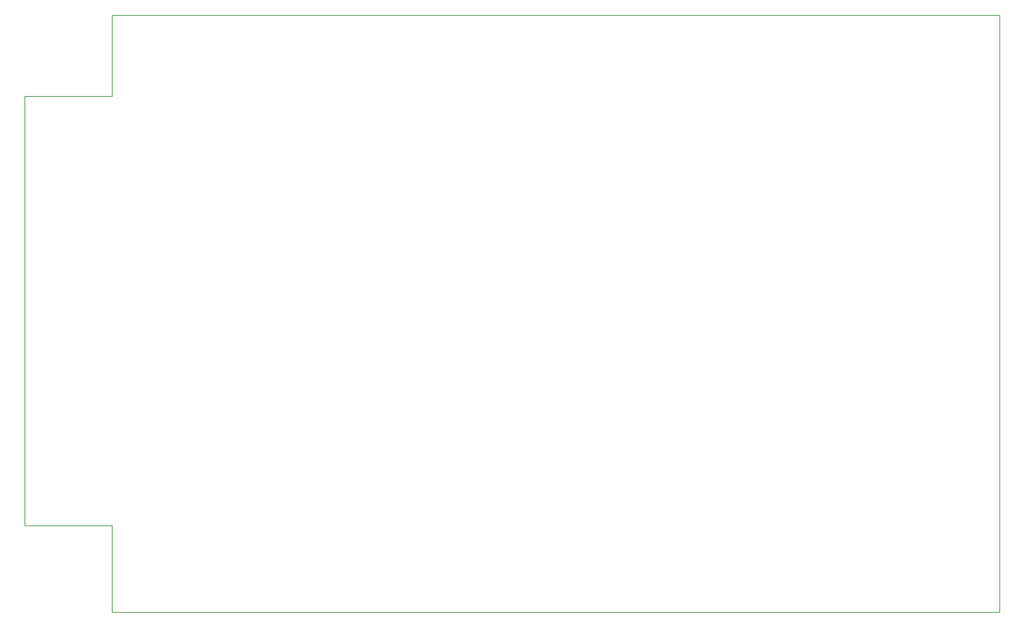
<source format=gbr>
%TF.GenerationSoftware,KiCad,Pcbnew,(6.0.11)*%
%TF.CreationDate,2023-05-02T12:30:58-07:00*%
%TF.ProjectId,TRS-IO-M1,5452532d-494f-42d4-9d31-2e6b69636164,rev?*%
%TF.SameCoordinates,Original*%
%TF.FileFunction,Profile,NP*%
%FSLAX46Y46*%
G04 Gerber Fmt 4.6, Leading zero omitted, Abs format (unit mm)*
G04 Created by KiCad (PCBNEW (6.0.11)) date 2023-05-02 12:30:58*
%MOMM*%
%LPD*%
G01*
G04 APERTURE LIST*
%TA.AperFunction,Profile*%
%ADD10C,0.050000*%
%TD*%
G04 APERTURE END LIST*
D10*
X113588800Y-130302000D02*
X223774000Y-130302000D01*
X102793800Y-119583200D02*
X102793800Y-66243200D01*
X113588900Y-66243200D02*
X113588900Y-56134000D01*
X223774000Y-56134000D02*
X223774000Y-130302000D01*
X113589000Y-56134000D02*
X223774000Y-56134000D01*
X113588800Y-119583200D02*
X113588800Y-130302000D01*
X102793800Y-119583200D02*
X113588800Y-119583200D01*
X102793800Y-66243200D02*
X113588800Y-66243200D01*
M02*

</source>
